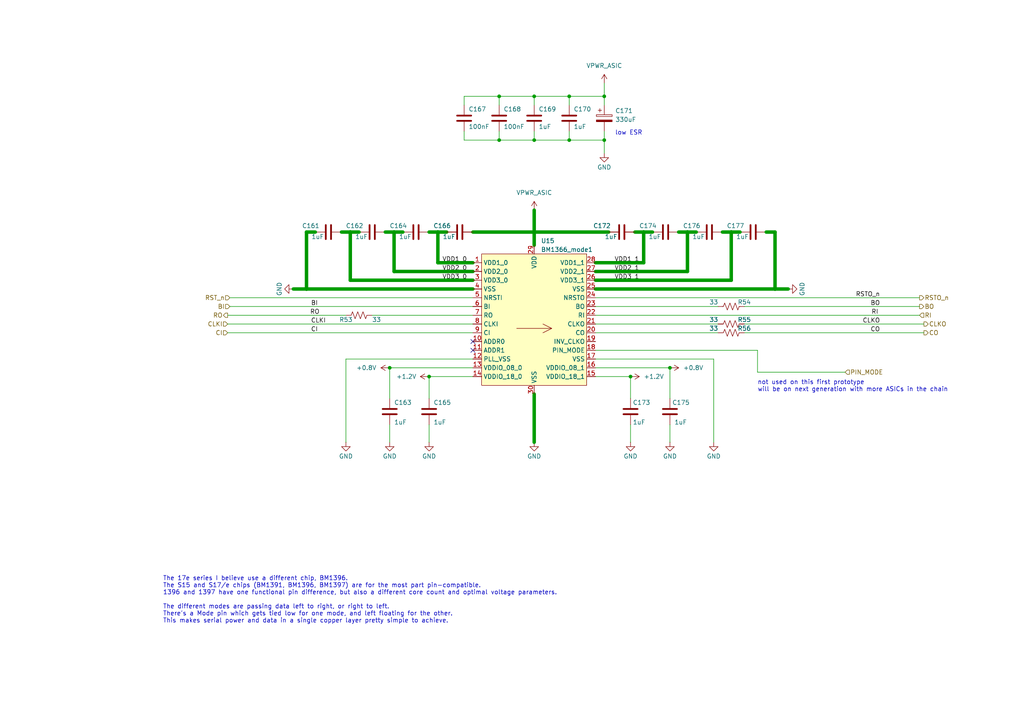
<source format=kicad_sch>
(kicad_sch (version 20231120) (generator "eeschema") (generator_version "8.0")
  (paper "A4")
  (lib_symbols
    (symbol "Device:C" (pin_numbers hide) (pin_names (offset 0.254))
      (property "Reference" "C" (at 0.635 2.54 0))
      (property "Value" "C" (at 0.635 -2.54 0))
      (symbol "C_0_1"
        (polyline (pts (xy -2.032 -0.762) (xy 2.032 -0.762)) (stroke (width 0.508)))
        (polyline (pts (xy -2.032 0.762) (xy 2.032 0.762)) (stroke (width 0.508)))
      )
      (symbol "C_1_1"
        (pin passive line (at 0 3.81 270) (length 2.794) (name "~") (number "1"))
        (pin passive line (at 0 -3.81 90) (length 2.794) (name "~") (number "2"))
      )
    )
    (symbol "Device:C_Polarized" (pin_numbers hide) (pin_names (offset 0.254))
      (property "Reference" "C" (at 0.635 2.54 0))
      (property "Value" "C_Polarized" (at 0.635 -2.54 0))
      (symbol "C_Polarized_0_1"
        (rectangle (start -2.286 0.508) (end 2.286 1.016))
        (polyline (pts (xy -1.778 2.286) (xy -0.762 2.286)))
        (polyline (pts (xy -1.27 2.794) (xy -1.27 1.778)))
        (rectangle (start 2.286 -0.508) (end -2.286 -1.016) (fill (type outline)))
      )
      (symbol "C_Polarized_1_1"
        (pin passive line (at 0 3.81 270) (length 2.794) (name "~") (number "1"))
        (pin passive line (at 0 -3.81 90) (length 2.794) (name "~") (number "2"))
      )
    )
    (symbol "Device:R_US" (pin_numbers hide) (pin_names (offset 0))
      (property "Reference" "R" (at 2.54 0 90))
      (property "Value" "R_US" (at -2.54 0 90))
      (symbol "R_US_0_1"
        (polyline (pts (xy 0 -2.286) (xy 0 -2.54)))
        (polyline (pts (xy 0 2.286) (xy 0 2.54)))
        (polyline (pts (xy 0 -0.762) (xy 1.016 -1.143) (xy 0 -1.524) (xy -1.016 -1.905) (xy 0 -2.286)))
        (polyline (pts (xy 0 0.762) (xy 1.016 0.381) (xy 0 0) (xy -1.016 -0.381) (xy 0 -0.762)))
        (polyline (pts (xy 0 2.286) (xy 1.016 1.905) (xy 0 1.524) (xy -1.016 1.143) (xy 0 0.762)))
      )
      (symbol "R_US_1_1"
        (pin passive line (at 0 3.81 270) (length 1.27) (name "~") (number "1"))
        (pin passive line (at 0 -3.81 90) (length 1.27) (name "~") (number "2"))
      )
    )
    (symbol "bitaxe:BM1366_mode1"
      (property "Reference" "U14" (at 1.9559 24.13 0))
      (property "Value" "BM1366_mode1" (at 1.9559 21.59 0))
      (symbol "BM1366_mode1_0_1"
        (rectangle (start -15.24 20.32) (end 15.24 -17.78) (fill (type background)))
        (polyline (pts (xy 5.08 -1.27) (xy -5.08 -1.27)))
        (polyline (pts (xy 5.08 -1.27) (xy 2.54 -2.54)))
        (polyline (pts (xy 5.08 -1.27) (xy 2.54 0)))
      )
      (symbol "BM1366_mode1_1_1"
        (pin power_in line (at -17.78 17.78 0) (length 2.54) (name "VDD1_0") (number "1"))
        (pin input line (at -17.78 -5.08 0) (length 2.54) (name "ADDR0") (number "10"))
        (pin input line (at -17.78 -7.62 0) (length 2.54) (name "ADDR1") (number "11"))
        (pin power_in line (at -17.78 -10.16 0) (length 2.54) (name "PLL_VSS") (number "12"))
        (pin power_in line (at -17.78 -12.7 0) (length 2.54) (name "VDDIO_08_0") (number "13"))
        (pin power_in line (at -17.78 -15.24 0) (length 2.54) (name "VDDIO_18_0") (number "14"))
        (pin power_in line (at 17.78 -15.24 180) (length 2.54) (name "VDDIO_18_1") (number "15"))
        (pin power_in line (at 17.78 -12.7 180) (length 2.54) (name "VDDIO_08_1") (number "16"))
        (pin power_in line (at 17.78 -10.16 180) (length 2.54) (name "VSS") (number "17"))
        (pin input line (at 17.78 -7.62 180) (length 2.54) (name "PIN_MODE") (number "18"))
        (pin output line (at 17.78 -5.08 180) (length 2.54) (name "INV_CLKO") (number "19"))
        (pin power_in line (at -17.78 15.24 0) (length 2.54) (name "VDD2_0") (number "2"))
        (pin output line (at 17.78 -2.54 180) (length 2.54) (name "CO") (number "20"))
        (pin output line (at 17.78 0 180) (length 2.54) (name "CLKO") (number "21"))
        (pin input line (at 17.78 2.54 180) (length 2.54) (name "RI") (number "22"))
        (pin output line (at 17.78 5.08 180) (length 2.54) (name "BO") (number "23"))
        (pin output line (at 17.78 7.62 180) (length 2.54) (name "NRSTO") (number "24"))
        (pin power_in line (at 17.78 10.16 180) (length 2.54) (name "VSS") (number "25"))
        (pin power_in line (at 17.78 12.7 180) (length 2.54) (name "VDD3_1") (number "26"))
        (pin power_in line (at 17.78 15.24 180) (length 2.54) (name "VDD2_1") (number "27"))
        (pin power_in line (at 17.78 17.78 180) (length 2.54) (name "VDD1_1") (number "28"))
        (pin power_in line (at 0 22.86 270) (length 2.54) (name "VDD") (number "29"))
        (pin power_in line (at -17.78 12.7 0) (length 2.54) (name "VDD3_0") (number "3"))
        (pin power_in line (at 0 -20.32 90) (length 2.54) (name "VSS") (number "30"))
        (pin power_in line (at -17.78 10.16 0) (length 2.54) (name "VSS") (number "4"))
        (pin input line (at -17.78 7.62 0) (length 2.54) (name "NRSTI") (number "5"))
        (pin input line (at -17.78 5.08 0) (length 2.54) (name "BI") (number "6"))
        (pin output line (at -17.78 2.54 0) (length 2.54) (name "RO") (number "7"))
        (pin input line (at -17.78 0 0) (length 2.54) (name "CLKI") (number "8"))
        (pin input line (at -17.78 -2.54 0) (length 2.54) (name "CI") (number "9"))
      )
    )
    (symbol "power:GND" (power) (pin_numbers hide) (pin_names (offset 0) hide)
      (property "Value" "GND" (at 0 -3.81 0))
      (symbol "GND_0_1"
        (polyline (pts (xy 0 0) (xy 0 -1.27) (xy 1.27 -1.27) (xy 0 -2.54) (xy -1.27 -1.27) (xy 0 -1.27)))
      )
      (symbol "GND_1_1"
        (pin power_in line (at 0 0 270) (length 0) (name "~") (number "1"))
      )
    )
    (symbol "power:VDD" (power) (pin_numbers hide) (pin_names (offset 0) hide)
      (property "Value" "VDD" (at 0 3.556 0))
      (symbol "VDD_0_1"
        (polyline (pts (xy -0.762 1.27) (xy 0 2.54)))
        (polyline (pts (xy 0 0) (xy 0 2.54)))
        (polyline (pts (xy 0 2.54) (xy 0.762 1.27)))
      )
      (symbol "VDD_1_1"
        (pin power_in line (at 0 0 90) (length 0) (name "~") (number "1"))
      )
    )
  )
  (junction (at 113.03 106.68))
  (junction (at 154.94 40.64) (diameter 0.9144))
  (junction (at 165.1 40.64))
  (junction (at 165.1 27.94))
  (junction (at 175.26 27.94))
  (junction (at 154.94 67.31))
  (junction (at 144.78 40.64) (diameter 0.9144))
  (junction (at 114.3 67.31))
  (junction (at 224.79 83.82))
  (junction (at 212.09 67.31))
  (junction (at 175.26 40.64))
  (junction (at 182.88 109.22))
  (junction (at 124.46 109.22))
  (junction (at 194.31 106.68))
  (junction (at 154.94 27.94) (diameter 0.9144))
  (junction (at 101.6 67.31))
  (junction (at 144.78 27.94) (diameter 0.9144))
  (junction (at 186.69 67.31))
  (junction (at 127 67.31))
  (junction (at 199.39 67.31))
  (junction (at 88.9 83.82))
  (no_connect (at 137.16 99.06))
  (no_connect (at 137.16 101.6))
  (wire (pts (xy 172.72 101.6) (xy 219.71 101.6)))
  (wire (pts (xy 172.72 78.74) (xy 199.39 78.74)) (stroke (width 1)))
  (wire (pts (xy 172.72 91.44) (xy 266.7 91.44)))
  (wire (pts (xy 172.72 81.28) (xy 212.09 81.28)) (stroke (width 1)))
  (wire (pts (xy 175.26 44.45) (xy 175.26 40.64)))
  (wire (pts (xy 224.79 83.82) (xy 224.79 67.31)) (stroke (width 1)))
  (wire (pts (xy 224.79 67.31) (xy 222.25 67.31)) (stroke (width 1)))
  (wire (pts (xy 172.72 106.68) (xy 194.31 106.68)))
  (wire (pts (xy 144.78 30.48) (xy 144.78 27.94)))
  (wire (pts (xy 194.31 106.68) (xy 194.31 115.57)))
  (wire (pts (xy 186.69 76.2) (xy 186.69 67.31)) (stroke (width 1)))
  (wire (pts (xy 184.15 67.31) (xy 186.69 67.31)) (stroke (width 1)))
  (wire (pts (xy 88.9 83.82) (xy 88.9 67.31)) (stroke (width 1)))
  (wire (pts (xy 224.79 83.82) (xy 228.6 83.82)) (stroke (width 1)))
  (wire (pts (xy 196.85 67.31) (xy 199.39 67.31)) (stroke (width 1)))
  (wire (pts (xy 165.1 30.48) (xy 165.1 27.94)))
  (wire (pts (xy 172.72 76.2) (xy 186.69 76.2)) (stroke (width 1)))
  (wire (pts (xy 172.72 96.52) (xy 208.28 96.52)))
  (wire (pts (xy 66.04 96.52) (xy 137.16 96.52)))
  (wire (pts (xy 172.72 83.82) (xy 224.79 83.82)) (stroke (width 1)))
  (wire (pts (xy 172.72 109.22) (xy 182.88 109.22)))
  (wire (pts (xy 215.9 88.9) (xy 266.7 88.9)))
  (wire (pts (xy 113.03 106.68) (xy 137.16 106.68)))
  (wire (pts (xy 182.88 123.19) (xy 182.88 128.27)))
  (wire (pts (xy 107.95 91.44) (xy 137.16 91.44)))
  (wire (pts (xy 199.39 78.74) (xy 199.39 67.31)) (stroke (width 1)))
  (wire (pts (xy 66.04 93.98) (xy 137.16 93.98)))
  (wire (pts (xy 114.3 67.31) (xy 116.84 67.31)))
  (wire (pts (xy 182.88 109.22) (xy 182.88 115.57)))
  (wire (pts (xy 175.26 38.1) (xy 175.26 40.64)))
  (wire (pts (xy 114.3 67.31) (xy 116.84 67.31)) (stroke (width 1)))
  (wire (pts (xy 154.94 27.94) (xy 165.1 27.94)))
  (wire (pts (xy 124.46 123.19) (xy 124.46 128.27)))
  (wire (pts (xy 111.76 67.31) (xy 114.3 67.31)) (stroke (width 1)))
  (wire (pts (xy 137.16 67.31) (xy 154.94 67.31)) (stroke (width 1)))
  (wire (pts (xy 144.78 40.64) (xy 154.94 40.64)))
  (wire (pts (xy 194.31 123.19) (xy 194.31 128.27)))
  (wire (pts (xy 127 76.2) (xy 137.16 76.2)) (stroke (width 1)))
  (wire (pts (xy 127 67.31) (xy 125.73 67.31)))
  (wire (pts (xy 172.72 104.14) (xy 207.01 104.14)))
  (wire (pts (xy 101.6 67.31) (xy 104.14 67.31)) (stroke (width 1)))
  (wire (pts (xy 199.39 67.31) (xy 201.93 67.31)) (stroke (width 1)))
  (wire (pts (xy 209.55 67.31) (xy 212.09 67.31)) (stroke (width 1)))
  (wire (pts (xy 186.69 67.31) (xy 189.23 67.31)) (stroke (width 1)))
  (wire (pts (xy 172.72 88.9) (xy 208.28 88.9)))
  (wire (pts (xy 165.1 40.64) (xy 175.26 40.64)))
  (wire (pts (xy 219.71 107.95) (xy 245.11 107.95)))
  (wire (pts (xy 215.9 93.98) (xy 267.97 93.98)))
  (wire (pts (xy 66.675 86.36) (xy 137.16 86.36)))
  (wire (pts (xy 144.78 38.1) (xy 144.78 40.64)))
  (wire (pts (xy 137.16 104.14) (xy 100.33 104.14)))
  (wire (pts (xy 114.3 78.74) (xy 137.16 78.74)) (stroke (width 1)))
  (wire (pts (xy 144.78 27.94) (xy 154.94 27.94)))
  (wire (pts (xy 66.675 88.9) (xy 137.16 88.9)))
  (wire (pts (xy 66.04 91.44) (xy 100.33 91.44)))
  (wire (pts (xy 154.94 67.31) (xy 154.94 71.12)) (stroke (width 1)))
  (wire (pts (xy 100.33 104.14) (xy 100.33 128.27)))
  (wire (pts (xy 134.62 38.1) (xy 134.62 40.64)))
  (wire (pts (xy 212.09 67.31) (xy 214.63 67.31)) (stroke (width 1)))
  (wire (pts (xy 154.94 30.48) (xy 154.94 27.94)))
  (wire (pts (xy 154.94 60.96) (xy 154.94 67.31)) (stroke (width 1)))
  (wire (pts (xy 113.03 106.68) (xy 113.03 115.57)))
  (wire (pts (xy 127 67.31) (xy 127 76.2)) (stroke (width 1)))
  (wire (pts (xy 101.6 81.28) (xy 137.16 81.28)) (stroke (width 1)))
  (wire (pts (xy 124.46 109.22) (xy 137.16 109.22)))
  (wire (pts (xy 134.62 30.48) (xy 134.62 27.94)))
  (wire (pts (xy 88.9 67.31) (xy 91.44 67.31)) (stroke (width 1)))
  (wire (pts (xy 113.03 123.19) (xy 113.03 128.27)))
  (wire (pts (xy 165.1 38.1) (xy 165.1 40.64)))
  (wire (pts (xy 88.9 83.82) (xy 137.16 83.82)) (stroke (width 1)))
  (wire (pts (xy 175.26 30.48) (xy 175.26 27.94)))
  (wire (pts (xy 124.46 67.31) (xy 127 67.31)) (stroke (width 1)))
  (wire (pts (xy 154.94 114.3) (xy 154.94 128.27)) (stroke (width 1)))
  (wire (pts (xy 212.09 81.28) (xy 212.09 67.31)) (stroke (width 1)))
  (wire (pts (xy 172.72 86.36) (xy 266.7 86.36)))
  (wire (pts (xy 101.6 81.28) (xy 101.6 67.31)) (stroke (width 1)))
  (wire (pts (xy 175.26 24.13) (xy 175.26 27.94)))
  (wire (pts (xy 114.3 78.74) (xy 114.3 67.31)) (stroke (width 1)))
  (wire (pts (xy 154.94 67.31) (xy 176.53 67.31)) (stroke (width 1)))
  (wire (pts (xy 154.94 38.1) (xy 154.94 40.64)))
  (wire (pts (xy 134.62 27.94) (xy 144.78 27.94)))
  (wire (pts (xy 207.01 104.14) (xy 207.01 128.27)))
  (wire (pts (xy 165.1 27.94) (xy 175.26 27.94)))
  (wire (pts (xy 99.06 67.31) (xy 101.6 67.31)) (stroke (width 1)))
  (wire (pts (xy 172.72 93.98) (xy 208.28 93.98)))
  (wire (pts (xy 165.1 40.64) (xy 154.94 40.64)))
  (wire (pts (xy 219.71 101.6) (xy 219.71 107.95)))
  (wire (pts (xy 215.9 96.52) (xy 267.97 96.52)))
  (wire (pts (xy 127 67.31) (xy 129.54 67.31)) (stroke (width 1)))
  (wire (pts (xy 144.78 40.64) (xy 134.62 40.64)))
  (wire (pts (xy 85.09 83.82) (xy 88.9 83.82)) (stroke (width 1)))
  (wire (pts (xy 124.46 109.22) (xy 124.46 115.57)))
  (wire (pts (xy 101.6 67.31) (xy 102.87 67.31)))
  (text "low ESR" (at 182.372 38.608 0) (effects (font (size 1.27 1.27))))
  (text "not used on this first prototype\nwill be on next generation with more ASICs in the chain" (at 219.71 112.014 0) (effects (font (size 1.27 1.27)) (justify left)))
  (text "The 17e series I believe use a different chip, BM1396. \nThe S15 and S17/e chips (BM1391, BM1396, BM1397) are for the most part pin-compatible. \n1396 and 1397 have one functional pin difference, but also a different core count and optimal voltage parameters.\n\nThe different modes are passing data left to right, or right to left. \nThere's a Mode pin which gets tied low for one mode, and left floating for the other. \nThis makes serial power and data in a single copper layer pretty simple to achieve." (at 47.244 173.99 0) (effects (font (size 1.27 1.27)) (justify left)))
  (label "BI" (at 90.17 88.9 0))
  (label "RSTO_n" (at 255.27 86.36 180))
  (label "BO" (at 255.27 88.9 180))
  (label "CLKO" (at 255.27 93.98 180))
  (label "CO" (at 255.27 96.52 180))
  (label "CLKI" (at 90.17 93.98 0))
  (label "CI" (at 90.17 96.52 0))
  (label "RI" (at 252.73 91.44 0))
  (label "VDD3_1" (at 185.42 81.28 180))
  (label "VDD1_0" (at 128.27 76.2 0))
  (label "VDD2_0" (at 128.27 78.74 0))
  (label "VDD2_1" (at 185.42 78.74 180))
  (label "VDD1_1" (at 185.42 76.2 180))
  (label "RO" (at 92.71 91.44 180))
  (label "VDD3_0" (at 128.27 81.28 0))
  (hierarchical_label "RST_n" (shape input) (at 66.675 86.36 180))
  (hierarchical_label "CLKO" (shape output) (at 267.97 93.98 0))
  (hierarchical_label "CLKI" (shape input) (at 66.04 93.98 180))
  (hierarchical_label "CI" (shape input) (at 66.04 96.52 180))
  (hierarchical_label "CO" (shape output) (at 267.97 96.52 0))
  (hierarchical_label "RSTO_n" (shape output) (at 266.7 86.36 0))
  (hierarchical_label "PIN_MODE" (shape input) (at 245.11 107.95 0))
  (hierarchical_label "BO" (shape output) (at 266.7 88.9 0))
  (hierarchical_label "RO" (shape output) (at 66.04 91.44 180))
  (hierarchical_label "RI" (shape input) (at 266.7 91.44 0))
  (hierarchical_label "BI" (shape input) (at 66.675 88.9 180))
  (symbol (lib_id "Device:R_US") (at 212.09 93.98 90) (unit 1)
    (property "Reference" "R55" (at 215.9 92.71 90))
    (property "Value" "33" (at 207.01 92.71 90))
    (property "Footprint" "Resistor_SMD:R_0402_1005Metric" (effects (hide yes)))
    (property "DK" "311-33.0LRCT-ND" (effects (hide yes)))
    (property "PARTNO" "RC0402FR-0733RL" (effects (hide yes)))
    (instances (project "EKO_Miner_BM1366-13xx_16-01B" (path "" (reference "R55") (unit 1)) (path "" (reference "R59") (unit 1)) (path "" (reference "R43") (unit 1)) (path "" (reference "R67") (unit 1)) (path "" (reference "R71") (unit 1)) (path "" (reference "R63") (unit 1)) (path "" (reference "R51") (unit 1)) (path "" (reference "R47") (unit 1)) (path "" (reference "R83") (unit 1)) (path "" (reference "R91") (unit 1)) (path "" (reference "R75") (unit 1)) (path "" (reference "R99") (unit 1)) (path "" (reference "R103") (unit 1)) (path "" (reference "R95") (unit 1)) (path "" (reference "R87") (unit 1)) (path "" (reference "R79") (unit 1))))
  )
  (symbol (lib_id "power:VDD") (at 194.31 106.68 270) (unit 1)
    (property "Reference" "#PWR0268" (effects (hide yes)))
    (property "Value" "+0.8V" (at 198.12 106.6801 90) (effects (justify left)))
    (property "Description" "Power symbol creates a global label with name \"VDD\"" (effects (hide yes)))
    (instances (project "EKO_Miner_BM1366-13xx_16-01B" (path "" (reference "#PWR0268") (unit 1)) (path "" (reference "#PWR0284") (unit 1)) (path "" (reference "#PWR0220") (unit 1)) (path "" (reference "#PWR0316") (unit 1)) (path "" (reference "#PWR0332") (unit 1)) (path "" (reference "#PWR0300") (unit 1)) (path "" (reference "#PWR0252") (unit 1)) (path "" (reference "#PWR0236") (unit 1)) (path "" (reference "#PWR0380") (unit 1)) (path "" (reference "#PWR0412") (unit 1)) (path "" (reference "#PWR0348") (unit 1)) (path "" (reference "#PWR0444") (unit 1)) (path "" (reference "#PWR0460") (unit 1)) (path "" (reference "#PWR0428") (unit 1)) (path "" (reference "#PWR0396") (unit 1)) (path "" (reference "#PWR0364") (unit 1))))
  )
  (symbol (lib_id "power:VDD") (at 182.88 109.22 270) (unit 1)
    (property "Reference" "#PWR0266" (effects (hide yes)))
    (property "Value" "+1.2V" (at 186.69 109.2201 90) (effects (justify left)))
    (property "Description" "Power symbol creates a global label with name \"VDD\"" (effects (hide yes)))
    (instances (project "EKO_Miner_BM1366-13xx_16-01B" (path "" (reference "#PWR0266") (unit 1)) (path "" (reference "#PWR0282") (unit 1)) (path "" (reference "#PWR0218") (unit 1)) (path "" (reference "#PWR0314") (unit 1)) (path "" (reference "#PWR0330") (unit 1)) (path "" (reference "#PWR0298") (unit 1)) (path "" (reference "#PWR0250") (unit 1)) (path "" (reference "#PWR0234") (unit 1)) (path "" (reference "#PWR0378") (unit 1)) (path "" (reference "#PWR0410") (unit 1)) (path "" (reference "#PWR0346") (unit 1)) (path "" (reference "#PWR0442") (unit 1)) (path "" (reference "#PWR0458") (unit 1)) (path "" (reference "#PWR0426") (unit 1)) (path "" (reference "#PWR0394") (unit 1)) (path "" (reference "#PWR0362") (unit 1))))
  )
  (symbol (lib_id "Device:C") (at 144.78 34.29 0) (unit 1)
    (property "Reference" "C168" (at 146.05 32.385 0) (effects (justify left bottom)))
    (property "Value" "100nF" (at 146.05 37.465 0) (effects (justify left bottom)))
    (property "Footprint" "Capacitor_SMD:C_0402_1005Metric" (effects (hide yes)))
    (property "DK" "1292-1639-1-ND" (effects (hide yes)))
    (property "PARTNO" "0402X104K100CT" (effects (hide yes)))
    (instances (project "EKO_Miner_BM1366-13xx_16-01B" (path "" (reference "C168") (unit 1)) (path "" (reference "C185") (unit 1)) (path "" (reference "C117") (unit 1)) (path "" (reference "C219") (unit 1)) (path "" (reference "C236") (unit 1)) (path "" (reference "C202") (unit 1)) (path "" (reference "C151") (unit 1)) (path "" (reference "C134") (unit 1)) (path "" (reference "C287") (unit 1)) (path "" (reference "C321") (unit 1)) (path "" (reference "C253") (unit 1)) (path "" (reference "C355") (unit 1)) (path "" (reference "C372") (unit 1)) (path "" (reference "C338") (unit 1)) (path "" (reference "C304") (unit 1)) (path "" (reference "C270") (unit 1))))
  )
  (symbol (lib_id "Device:C") (at 107.95 67.31 90) (unit 1)
    (property "Reference" "C162" (at 105.41 64.77 90) (effects (justify left bottom)))
    (property "Value" "1uF" (at 106.68 67.945 90) (effects (justify left bottom)))
    (property "Footprint" "Capacitor_SMD:C_0402_1005Metric" (effects (hide yes)))
    (property "DK" "587-5514-1-ND" (effects (hide yes)))
    (property "PARTNO" "EMK105BJ105MV-F" (effects (hide yes)))
    (instances (project "EKO_Miner_BM1366-13xx_16-01B" (path "" (reference "C162") (unit 1)) (path "" (reference "C179") (unit 1)) (path "" (reference "C111") (unit 1)) (path "" (reference "C213") (unit 1)) (path "" (reference "C230") (unit 1)) (path "" (reference "C196") (unit 1)) (path "" (reference "C145") (unit 1)) (path "" (reference "C128") (unit 1)) (path "" (reference "C281") (unit 1)) (path "" (reference "C315") (unit 1)) (path "" (reference "C247") (unit 1)) (path "" (reference "C349") (unit 1)) (path "" (reference "C366") (unit 1)) (path "" (reference "C332") (unit 1)) (path "" (reference "C298") (unit 1)) (path "" (reference "C264") (unit 1))))
  )
  (symbol (lib_id "Device:R_US") (at 212.09 96.52 90) (unit 1)
    (property "Reference" "R56" (at 215.9 95.25 90))
    (property "Value" "33" (at 207.01 95.25 90))
    (property "Footprint" "Resistor_SMD:R_0402_1005Metric" (effects (hide yes)))
    (property "DK" "311-33.0LRCT-ND" (effects (hide yes)))
    (property "PARTNO" "RC0402FR-0733RL" (effects (hide yes)))
    (instances (project "EKO_Miner_BM1366-13xx_16-01B" (path "" (reference "R56") (unit 1)) (path "" (reference "R60") (unit 1)) (path "" (reference "R44") (unit 1)) (path "" (reference "R68") (unit 1)) (path "" (reference "R72") (unit 1)) (path "" (reference "R64") (unit 1)) (path "" (reference "R52") (unit 1)) (path "" (reference "R48") (unit 1)) (path "" (reference "R84") (unit 1)) (path "" (reference "R92") (unit 1)) (path "" (reference "R76") (unit 1)) (path "" (reference "R100") (unit 1)) (path "" (reference "R104") (unit 1)) (path "" (reference "R96") (unit 1)) (path "" (reference "R88") (unit 1)) (path "" (reference "R80") (unit 1))))
  )
  (symbol (lib_id "Device:C") (at 113.03 119.38 0) (unit 1)
    (property "Reference" "C163" (at 114.3 117.475 0) (effects (justify left bottom)))
    (property "Value" "1uF" (at 114.3 123.19 0) (effects (justify left bottom)))
    (property "Footprint" "Capacitor_SMD:C_0402_1005Metric" (effects (hide yes)))
    (property "DK" "587-5514-1-ND" (effects (hide yes)))
    (property "PARTNO" "EMK105BJ105MV-F" (effects (hide yes)))
    (instances (project "EKO_Miner_BM1366-13xx_16-01B" (path "" (reference "C163") (unit 1)) (path "" (reference "C180") (unit 1)) (path "" (reference "C112") (unit 1)) (path "" (reference "C214") (unit 1)) (path "" (reference "C231") (unit 1)) (path "" (reference "C197") (unit 1)) (path "" (reference "C146") (unit 1)) (path "" (reference "C129") (unit 1)) (path "" (reference "C282") (unit 1)) (path "" (reference "C316") (unit 1)) (path "" (reference "C248") (unit 1)) (path "" (reference "C350") (unit 1)) (path "" (reference "C367") (unit 1)) (path "" (reference "C333") (unit 1)) (path "" (reference "C299") (unit 1)) (path "" (reference "C265") (unit 1))))
  )
  (symbol (lib_id "power:GND") (at 182.88 128.27 0) (unit 1)
    (property "Reference" "#PWR0267" (effects (hide yes)))
    (property "Value" "GND" (at 182.88 132.334 0))
    (property "Description" "Power symbol creates a global label with name \"GND\" , ground" (effects (hide yes)))
    (instances (project "EKO_Miner_BM1366-13xx_16-01B" (path "" (reference "#PWR0267") (unit 1)) (path "" (reference "#PWR0283") (unit 1)) (path "" (reference "#PWR0219") (unit 1)) (path "" (reference "#PWR0315") (unit 1)) (path "" (reference "#PWR0331") (unit 1)) (path "" (reference "#PWR0299") (unit 1)) (path "" (reference "#PWR0251") (unit 1)) (path "" (reference "#PWR0235") (unit 1)) (path "" (reference "#PWR0379") (unit 1)) (path "" (reference "#PWR0411") (unit 1)) (path "" (reference "#PWR0347") (unit 1)) (path "" (reference "#PWR0443") (unit 1)) (path "" (reference "#PWR0459") (unit 1)) (path "" (reference "#PWR0427") (unit 1)) (path "" (reference "#PWR0395") (unit 1)) (path "" (reference "#PWR0363") (unit 1))))
  )
  (symbol (lib_id "Device:C") (at 205.74 67.31 90) (unit 1)
    (property "Reference" "C176" (at 203.2 64.77 90) (effects (justify left bottom)))
    (property "Value" "1uF" (at 204.47 67.945 90) (effects (justify left bottom)))
    (property "Footprint" "Capacitor_SMD:C_0402_1005Metric" (effects (hide yes)))
    (property "DK" "587-5514-1-ND" (effects (hide yes)))
    (property "PARTNO" "EMK105BJ105MV-F" (effects (hide yes)))
    (instances (project "EKO_Miner_BM1366-13xx_16-01B" (path "" (reference "C176") (unit 1)) (path "" (reference "C193") (unit 1)) (path "" (reference "C125") (unit 1)) (path "" (reference "C227") (unit 1)) (path "" (reference "C244") (unit 1)) (path "" (reference "C210") (unit 1)) (path "" (reference "C159") (unit 1)) (path "" (reference "C142") (unit 1)) (path "" (reference "C295") (unit 1)) (path "" (reference "C329") (unit 1)) (path "" (reference "C261") (unit 1)) (path "" (reference "C363") (unit 1)) (path "" (reference "C380") (unit 1)) (path "" (reference "C346") (unit 1)) (path "" (reference "C312") (unit 1)) (path "" (reference "C278") (unit 1))))
  )
  (symbol (lib_id "Device:C") (at 120.65 67.31 90) (unit 1)
    (property "Reference" "C164" (at 118.11 64.77 90) (effects (justify left bottom)))
    (property "Value" "1uF" (at 119.38 67.945 90) (effects (justify left bottom)))
    (property "Footprint" "Capacitor_SMD:C_0402_1005Metric" (effects (hide yes)))
    (property "DK" "587-5514-1-ND" (effects (hide yes)))
    (property "PARTNO" "EMK105BJ105MV-F" (effects (hide yes)))
    (instances (project "EKO_Miner_BM1366-13xx_16-01B" (path "" (reference "C164") (unit 1)) (path "" (reference "C181") (unit 1)) (path "" (reference "C113") (unit 1)) (path "" (reference "C215") (unit 1)) (path "" (reference "C232") (unit 1)) (path "" (reference "C198") (unit 1)) (path "" (reference "C147") (unit 1)) (path "" (reference "C130") (unit 1)) (path "" (reference "C283") (unit 1)) (path "" (reference "C317") (unit 1)) (path "" (reference "C249") (unit 1)) (path "" (reference "C351") (unit 1)) (path "" (reference "C368") (unit 1)) (path "" (reference "C334") (unit 1)) (path "" (reference "C300") (unit 1)) (path "" (reference "C266") (unit 1))))
  )
  (symbol (lib_id "Device:C") (at 218.44 67.31 90) (unit 1)
    (property "Reference" "C177" (at 215.9 64.77 90) (effects (justify left bottom)))
    (property "Value" "1uF" (at 217.17 67.945 90) (effects (justify left bottom)))
    (property "Footprint" "Capacitor_SMD:C_0402_1005Metric" (effects (hide yes)))
    (property "DK" "587-5514-1-ND" (effects (hide yes)))
    (property "PARTNO" "EMK105BJ105MV-F" (effects (hide yes)))
    (instances (project "EKO_Miner_BM1366-13xx_16-01B" (path "" (reference "C177") (unit 1)) (path "" (reference "C194") (unit 1)) (path "" (reference "C126") (unit 1)) (path "" (reference "C228") (unit 1)) (path "" (reference "C245") (unit 1)) (path "" (reference "C211") (unit 1)) (path "" (reference "C160") (unit 1)) (path "" (reference "C143") (unit 1)) (path "" (reference "C296") (unit 1)) (path "" (reference "C330") (unit 1)) (path "" (reference "C262") (unit 1)) (path "" (reference "C364") (unit 1)) (path "" (reference "C381") (unit 1)) (path "" (reference "C347") (unit 1)) (path "" (reference "C313") (unit 1)) (path "" (reference "C279") (unit 1))))
  )
  (symbol (lib_id "power:VDD") (at 175.26 24.13 0) (unit 1)
    (property "Reference" "#PWR0264" (effects (hide yes)))
    (property "Value" "VPWR_ASIC" (at 175.26 19.05 0))
    (property "Description" "Power symbol creates a global label with name \"VDD\"" (effects (hide yes)))
    (instances (project "EKO_Miner_BM1366-13xx_16-01B" (path "" (reference "#PWR0264") (unit 1)) (path "" (reference "#PWR0280") (unit 1)) (path "" (reference "#PWR0216") (unit 1)) (path "" (reference "#PWR0312") (unit 1)) (path "" (reference "#PWR0328") (unit 1)) (path "" (reference "#PWR0296") (unit 1)) (path "" (reference "#PWR0248") (unit 1)) (path "" (reference "#PWR0232") (unit 1)) (path "" (reference "#PWR0376") (unit 1)) (path "" (reference "#PWR0408") (unit 1)) (path "" (reference "#PWR0344") (unit 1)) (path "" (reference "#PWR0440") (unit 1)) (path "" (reference "#PWR0456") (unit 1)) (path "" (reference "#PWR0424") (unit 1)) (path "" (reference "#PWR0392") (unit 1)) (path "" (reference "#PWR0360") (unit 1))))
  )
  (symbol (lib_id "power:GND") (at 100.33 128.27 0) (unit 1)
    (property "Reference" "#PWR0257" (effects (hide yes)))
    (property "Value" "GND" (at 100.33 132.334 0))
    (property "Description" "Power symbol creates a global label with name \"GND\" , ground" (effects (hide yes)))
    (instances (project "EKO_Miner_BM1366-13xx_16-01B" (path "" (reference "#PWR0257") (unit 1)) (path "" (reference "#PWR0273") (unit 1)) (path "" (reference "#PWR0209") (unit 1)) (path "" (reference "#PWR0305") (unit 1)) (path "" (reference "#PWR0321") (unit 1)) (path "" (reference "#PWR0289") (unit 1)) (path "" (reference "#PWR0241") (unit 1)) (path "" (reference "#PWR0225") (unit 1)) (path "" (reference "#PWR0369") (unit 1)) (path "" (reference "#PWR0401") (unit 1)) (path "" (reference "#PWR0337") (unit 1)) (path "" (reference "#PWR0433") (unit 1)) (path "" (reference "#PWR0449") (unit 1)) (path "" (reference "#PWR0417") (unit 1)) (path "" (reference "#PWR0385") (unit 1)) (path "" (reference "#PWR0353") (unit 1))))
  )
  (symbol (lib_id "power:GND") (at 154.94 128.27 0) (unit 1)
    (property "Reference" "#PWR0263" (effects (hide yes)))
    (property "Value" "GND" (at 154.94 132.334 0))
    (property "Description" "Power symbol creates a global label with name \"GND\" , ground" (effects (hide yes)))
    (instances (project "EKO_Miner_BM1366-13xx_16-01B" (path "" (reference "#PWR0263") (unit 1)) (path "" (reference "#PWR0279") (unit 1)) (path "" (reference "#PWR0215") (unit 1)) (path "" (reference "#PWR0311") (unit 1)) (path "" (reference "#PWR0327") (unit 1)) (path "" (reference "#PWR0295") (unit 1)) (path "" (reference "#PWR0247") (unit 1)) (path "" (reference "#PWR0231") (unit 1)) (path "" (reference "#PWR0375") (unit 1)) (path "" (reference "#PWR0407") (unit 1)) (path "" (reference "#PWR0343") (unit 1)) (path "" (reference "#PWR0439") (unit 1)) (path "" (reference "#PWR0455") (unit 1)) (path "" (reference "#PWR0423") (unit 1)) (path "" (reference "#PWR0391") (unit 1)) (path "" (reference "#PWR0359") (unit 1))))
  )
  (symbol (lib_id "power:GND") (at 228.6 83.82 90) (unit 1)
    (property "Reference" "#PWR0271" (effects (hide yes)))
    (property "Value" "GND" (at 232.664 83.82 0))
    (property "Description" "Power symbol creates a global label with name \"GND\" , ground" (effects (hide yes)))
    (instances (project "EKO_Miner_BM1366-13xx_16-01B" (path "" (reference "#PWR0271") (unit 1)) (path "" (reference "#PWR0287") (unit 1)) (path "" (reference "#PWR0223") (unit 1)) (path "" (reference "#PWR0319") (unit 1)) (path "" (reference "#PWR0335") (unit 1)) (path "" (reference "#PWR0303") (unit 1)) (path "" (reference "#PWR0255") (unit 1)) (path "" (reference "#PWR0239") (unit 1)) (path "" (reference "#PWR0383") (unit 1)) (path "" (reference "#PWR0415") (unit 1)) (path "" (reference "#PWR0351") (unit 1)) (path "" (reference "#PWR0447") (unit 1)) (path "" (reference "#PWR0463") (unit 1)) (path "" (reference "#PWR0431") (unit 1)) (path "" (reference "#PWR0399") (unit 1)) (path "" (reference "#PWR0367") (unit 1))))
  )
  (symbol (lib_id "Device:C") (at 134.62 34.29 0) (unit 1)
    (property "Reference" "C167" (at 135.89 32.385 0) (effects (justify left bottom)))
    (property "Value" "100nF" (at 135.89 37.465 0) (effects (justify left bottom)))
    (property "Footprint" "Capacitor_SMD:C_0402_1005Metric" (effects (hide yes)))
    (property "DK" "1292-1639-1-ND" (effects (hide yes)))
    (property "PARTNO" "0402X104K100CT" (effects (hide yes)))
    (instances (project "EKO_Miner_BM1366-13xx_16-01B" (path "" (reference "C167") (unit 1)) (path "" (reference "C184") (unit 1)) (path "" (reference "C116") (unit 1)) (path "" (reference "C218") (unit 1)) (path "" (reference "C235") (unit 1)) (path "" (reference "C201") (unit 1)) (path "" (reference "C150") (unit 1)) (path "" (reference "C133") (unit 1)) (path "" (reference "C286") (unit 1)) (path "" (reference "C320") (unit 1)) (path "" (reference "C252") (unit 1)) (path "" (reference "C354") (unit 1)) (path "" (reference "C371") (unit 1)) (path "" (reference "C337") (unit 1)) (path "" (reference "C303") (unit 1)) (path "" (reference "C269") (unit 1))))
  )
  (symbol (lib_id "power:GND") (at 85.09 83.82 270) (unit 1)
    (property "Reference" "#PWR0256" (effects (hide yes)))
    (property "Value" "GND" (at 81.026 83.82 0))
    (property "Description" "Power symbol creates a global label with name \"GND\" , ground" (effects (hide yes)))
    (instances (project "EKO_Miner_BM1366-13xx_16-01B" (path "" (reference "#PWR0256") (unit 1)) (path "" (reference "#PWR0272") (unit 1)) (path "" (reference "#PWR0208") (unit 1)) (path "" (reference "#PWR0304") (unit 1)) (path "" (reference "#PWR0320") (unit 1)) (path "" (reference "#PWR0288") (unit 1)) (path "" (reference "#PWR0240") (unit 1)) (path "" (reference "#PWR0224") (unit 1)) (path "" (reference "#PWR0368") (unit 1)) (path "" (reference "#PWR0400") (unit 1)) (path "" (reference "#PWR0336") (unit 1)) (path "" (reference "#PWR0432") (unit 1)) (path "" (reference "#PWR0448") (unit 1)) (path "" (reference "#PWR0416") (unit 1)) (path "" (reference "#PWR0384") (unit 1)) (path "" (reference "#PWR0352") (unit 1))))
  )
  (symbol (lib_id "Device:R_US") (at 104.14 91.44 270) (unit 1)
    (property "Reference" "R53" (at 100.33 92.71 90))
    (property "Value" "33" (at 109.22 92.71 90))
    (property "Footprint" "Resistor_SMD:R_0402_1005Metric" (effects (hide yes)))
    (property "DK" "311-33.0LRCT-ND" (effects (hide yes)))
    (property "PARTNO" "RC0402FR-0733RL" (effects (hide yes)))
    (instances (project "EKO_Miner_BM1366-13xx_16-01B" (path "" (reference "R53") (unit 1)) (path "" (reference "R57") (unit 1)) (path "" (reference "R41") (unit 1)) (path "" (reference "R65") (unit 1)) (path "" (reference "R69") (unit 1)) (path "" (reference "R61") (unit 1)) (path "" (reference "R49") (unit 1)) (path "" (reference "R45") (unit 1)) (path "" (reference "R81") (unit 1)) (path "" (reference "R89") (unit 1)) (path "" (reference "R73") (unit 1)) (path "" (reference "R97") (unit 1)) (path "" (reference "R101") (unit 1)) (path "" (reference "R93") (unit 1)) (path "" (reference "R85") (unit 1)) (path "" (reference "R77") (unit 1))))
  )
  (symbol (lib_id "power:VDD") (at 113.03 106.68 90) (unit 1)
    (property "Reference" "#PWR0258" (effects (hide yes)))
    (property "Value" "+0.8V" (at 109.22 106.6799 90) (effects (justify left)))
    (property "Description" "Power symbol creates a global label with name \"VDD\"" (effects (hide yes)))
    (instances (project "EKO_Miner_BM1366-13xx_16-01B" (path "" (reference "#PWR0258") (unit 1)) (path "" (reference "#PWR0274") (unit 1)) (path "" (reference "#PWR0210") (unit 1)) (path "" (reference "#PWR0306") (unit 1)) (path "" (reference "#PWR0322") (unit 1)) (path "" (reference "#PWR0290") (unit 1)) (path "" (reference "#PWR0242") (unit 1)) (path "" (reference "#PWR0226") (unit 1)) (path "" (reference "#PWR0370") (unit 1)) (path "" (reference "#PWR0402") (unit 1)) (path "" (reference "#PWR0338") (unit 1)) (path "" (reference "#PWR0434") (unit 1)) (path "" (reference "#PWR0450") (unit 1)) (path "" (reference "#PWR0418") (unit 1)) (path "" (reference "#PWR0386") (unit 1)) (path "" (reference "#PWR0354") (unit 1))))
  )
  (symbol (lib_id "bitaxe:BM1366_mode1") (at 154.94 93.98 0) (unit 1)
    (property "Reference" "U15" (at 156.8959 69.85 0) (effects (justify left)))
    (property "Value" "BM1366_mode1" (at 156.8959 72.39 0) (effects (justify left)))
    (property "Footprint" "EKO_Miner_ASIClib:BM1366" (effects (hide yes)))
    (instances (project "EKO_Miner_BM1366-13xx_16-01B" (path "" (reference "U15") (unit 1)) (path "" (reference "U16") (unit 1)) (path "" (reference "U12") (unit 1)) (path "" (reference "U18") (unit 1)) (path "" (reference "U19") (unit 1)) (path "" (reference "U17") (unit 1)) (path "" (reference "U14") (unit 1)) (path "" (reference "U13") (unit 1)) (path "" (reference "U22") (unit 1)) (path "" (reference "U24") (unit 1)) (path "" (reference "U20") (unit 1)) (path "" (reference "U26") (unit 1)) (path "" (reference "U27") (unit 1)) (path "" (reference "U25") (unit 1)) (path "" (reference "U23") (unit 1)) (path "" (reference "U21") (unit 1))))
  )
  (symbol (lib_id "Device:R_US") (at 212.09 88.9 90) (unit 1)
    (property "Reference" "R54" (at 215.9 87.63 90))
    (property "Value" "33" (at 207.01 87.63 90))
    (property "Footprint" "Resistor_SMD:R_0402_1005Metric" (effects (hide yes)))
    (property "DK" "311-33.0LRCT-ND" (effects (hide yes)))
    (property "PARTNO" "RC0402FR-0733RL" (effects (hide yes)))
    (instances (project "EKO_Miner_BM1366-13xx_16-01B" (path "" (reference "R54") (unit 1)) (path "" (reference "R58") (unit 1)) (path "" (reference "R42") (unit 1)) (path "" (reference "R66") (unit 1)) (path "" (reference "R70") (unit 1)) (path "" (reference "R62") (unit 1)) (path "" (reference "R50") (unit 1)) (path "" (reference "R46") (unit 1)) (path "" (reference "R82") (unit 1)) (path "" (reference "R90") (unit 1)) (path "" (reference "R74") (unit 1)) (path "" (reference "R98") (unit 1)) (path "" (reference "R102") (unit 1)) (path "" (reference "R94") (unit 1)) (path "" (reference "R86") (unit 1)) (path "" (reference "R78") (unit 1))))
  )
  (symbol (lib_id "power:GND") (at 124.46 128.27 0) (unit 1)
    (property "Reference" "#PWR0261" (effects (hide yes)))
    (property "Value" "GND" (at 124.46 132.334 0))
    (property "Description" "Power symbol creates a global label with name \"GND\" , ground" (effects (hide yes)))
    (instances (project "EKO_Miner_BM1366-13xx_16-01B" (path "" (reference "#PWR0261") (unit 1)) (path "" (reference "#PWR0277") (unit 1)) (path "" (reference "#PWR0213") (unit 1)) (path "" (reference "#PWR0309") (unit 1)) (path "" (reference "#PWR0325") (unit 1)) (path "" (reference "#PWR0293") (unit 1)) (path "" (reference "#PWR0245") (unit 1)) (path "" (reference "#PWR0229") (unit 1)) (path "" (reference "#PWR0373") (unit 1)) (path "" (reference "#PWR0405") (unit 1)) (path "" (reference "#PWR0341") (unit 1)) (path "" (reference "#PWR0437") (unit 1)) (path "" (reference "#PWR0453") (unit 1)) (path "" (reference "#PWR0421") (unit 1)) (path "" (reference "#PWR0389") (unit 1)) (path "" (reference "#PWR0357") (unit 1))))
  )
  (symbol (lib_id "Device:C") (at 133.35 67.31 90) (unit 1)
    (property "Reference" "C166" (at 130.81 64.77 90) (effects (justify left bottom)))
    (property "Value" "1uF" (at 132.08 67.945 90) (effects (justify left bottom)))
    (property "Footprint" "Capacitor_SMD:C_0402_1005Metric" (effects (hide yes)))
    (property "DK" "587-5514-1-ND" (effects (hide yes)))
    (property "PARTNO" "EMK105BJ105MV-F" (effects (hide yes)))
    (instances (project "EKO_Miner_BM1366-13xx_16-01B" (path "" (reference "C166") (unit 1)) (path "" (reference "C183") (unit 1)) (path "" (reference "C115") (unit 1)) (path "" (reference "C217") (unit 1)) (path "" (reference "C234") (unit 1)) (path "" (reference "C200") (unit 1)) (path "" (reference "C149") (unit 1)) (path "" (reference "C132") (unit 1)) (path "" (reference "C285") (unit 1)) (path "" (reference "C319") (unit 1)) (path "" (reference "C251") (unit 1)) (path "" (reference "C353") (unit 1)) (path "" (reference "C370") (unit 1)) (path "" (reference "C336") (unit 1)) (path "" (reference "C302") (unit 1)) (path "" (reference "C268") (unit 1))))
  )
  (symbol (lib_id "power:GND") (at 194.31 128.27 0) (unit 1)
    (property "Reference" "#PWR0269" (effects (hide yes)))
    (property "Value" "GND" (at 194.31 132.334 0))
    (property "Description" "Power symbol creates a global label with name \"GND\" , ground" (effects (hide yes)))
    (instances (project "EKO_Miner_BM1366-13xx_16-01B" (path "" (reference "#PWR0269") (unit 1)) (path "" (reference "#PWR0285") (unit 1)) (path "" (reference "#PWR0221") (unit 1)) (path "" (reference "#PWR0317") (unit 1)) (path "" (reference "#PWR0333") (unit 1)) (path "" (reference "#PWR0301") (unit 1)) (path "" (reference "#PWR0253") (unit 1)) (path "" (reference "#PWR0237") (unit 1)) (path "" (reference "#PWR0381") (unit 1)) (path "" (reference "#PWR0413") (unit 1)) (path "" (reference "#PWR0349") (unit 1)) (path "" (reference "#PWR0445") (unit 1)) (path "" (reference "#PWR0461") (unit 1)) (path "" (reference "#PWR0429") (unit 1)) (path "" (reference "#PWR0397") (unit 1)) (path "" (reference "#PWR0365") (unit 1))))
  )
  (symbol (lib_id "Device:C") (at 182.88 119.38 0) (unit 1)
    (property "Reference" "C173" (at 183.515 117.475 0) (effects (justify left bottom)))
    (property "Value" "1uF" (at 183.515 123.19 0) (effects (justify left bottom)))
    (property "Footprint" "Capacitor_SMD:C_0402_1005Metric" (effects (hide yes)))
    (property "DK" "587-5514-1-ND" (effects (hide yes)))
    (property "PARTNO" "EMK105BJ105MV-F" (effects (hide yes)))
    (instances (project "EKO_Miner_BM1366-13xx_16-01B" (path "" (reference "C173") (unit 1)) (path "" (reference "C190") (unit 1)) (path "" (reference "C122") (unit 1)) (path "" (reference "C224") (unit 1)) (path "" (reference "C241") (unit 1)) (path "" (reference "C207") (unit 1)) (path "" (reference "C156") (unit 1)) (path "" (reference "C139") (unit 1)) (path "" (reference "C292") (unit 1)) (path "" (reference "C326") (unit 1)) (path "" (reference "C258") (unit 1)) (path "" (reference "C360") (unit 1)) (path "" (reference "C377") (unit 1)) (path "" (reference "C343") (unit 1)) (path "" (reference "C309") (unit 1)) (path "" (reference "C275") (unit 1))))
  )
  (symbol (lib_id "power:GND") (at 113.03 128.27 0) (unit 1)
    (property "Reference" "#PWR0259" (effects (hide yes)))
    (property "Value" "GND" (at 113.03 132.334 0))
    (property "Description" "Power symbol creates a global label with name \"GND\" , ground" (effects (hide yes)))
    (instances (project "EKO_Miner_BM1366-13xx_16-01B" (path "" (reference "#PWR0259") (unit 1)) (path "" (reference "#PWR0275") (unit 1)) (path "" (reference "#PWR0211") (unit 1)) (path "" (reference "#PWR0307") (unit 1)) (path "" (reference "#PWR0323") (unit 1)) (path "" (reference "#PWR0291") (unit 1)) (path "" (reference "#PWR0243") (unit 1)) (path "" (reference "#PWR0227") (unit 1)) (path "" (reference "#PWR0371") (unit 1)) (path "" (reference "#PWR0403") (unit 1)) (path "" (reference "#PWR0339") (unit 1)) (path "" (reference "#PWR0435") (unit 1)) (path "" (reference "#PWR0451") (unit 1)) (path "" (reference "#PWR0419") (unit 1)) (path "" (reference "#PWR0387") (unit 1)) (path "" (reference "#PWR0355") (unit 1))))
  )
  (symbol (lib_id "Device:C_Polarized") (at 175.26 34.29 0) (unit 1)
    (property "Reference" "C171" (at 178.435 32.1309 0) (effects (justify left)))
    (property "Value" "330uF" (at 178.435 34.6709 0) (effects (justify left)))
    (property "Footprint" "Capacitor_Tantalum_SMD:CP_EIA-7343-31_Kemet-D_Pad2.25x2.55mm_HandSolder" (effects (hide yes)))
    (property "DK" "718-1028-1-ND" (effects (hide yes)))
    (property "PARTNO" "293D337X9010E2TE3" (effects (hide yes)))
    (instances (project "EKO_Miner_BM1366-13xx_16-01B" (path "" (reference "C171") (unit 1)) (path "" (reference "C188") (unit 1)) (path "" (reference "C120") (unit 1)) (path "" (reference "C222") (unit 1)) (path "" (reference "C239") (unit 1)) (path "" (reference "C205") (unit 1)) (path "" (reference "C154") (unit 1)) (path "" (reference "C137") (unit 1)) (path "" (reference "C290") (unit 1)) (path "" (reference "C324") (unit 1)) (path "" (reference "C256") (unit 1)) (path "" (reference "C358") (unit 1)) (path "" (reference "C375") (unit 1)) (path "" (reference "C341") (unit 1)) (path "" (reference "C307") (unit 1)) (path "" (reference "C273") (unit 1))))
  )
  (symbol (lib_id "Device:C") (at 95.25 67.31 90) (unit 1)
    (property "Reference" "C161" (at 92.71 64.77 90) (effects (justify left bottom)))
    (property "Value" "1uF" (at 93.98 67.945 90) (effects (justify left bottom)))
    (property "Footprint" "Capacitor_SMD:C_0402_1005Metric" (effects (hide yes)))
    (property "DK" "587-5514-1-ND" (effects (hide yes)))
    (property "PARTNO" "EMK105BJ105MV-F" (effects (hide yes)))
    (instances (project "EKO_Miner_BM1366-13xx_16-01B" (path "" (reference "C161") (unit 1)) (path "" (reference "C178") (unit 1)) (path "" (reference "C110") (unit 1)) (path "" (reference "C212") (unit 1)) (path "" (reference "C229") (unit 1)) (path "" (reference "C195") (unit 1)) (path "" (reference "C144") (unit 1)) (path "" (reference "C127") (unit 1)) (path "" (reference "C280") (unit 1)) (path "" (reference "C314") (unit 1)) (path "" (reference "C246") (unit 1)) (path "" (reference "C348") (unit 1)) (path "" (reference "C365") (unit 1)) (path "" (reference "C331") (unit 1)) (path "" (reference "C297") (unit 1)) (path "" (reference "C263") (unit 1))))
  )
  (symbol (lib_id "Device:C") (at 180.34 67.31 90) (unit 1)
    (property "Reference" "C172" (at 177.165 64.77 90) (effects (justify left bottom)))
    (property "Value" "1uF" (at 179.07 67.945 90) (effects (justify left bottom)))
    (property "Footprint" "Capacitor_SMD:C_0402_1005Metric" (effects (hide yes)))
    (property "DK" "587-5514-1-ND" (effects (hide yes)))
    (property "PARTNO" "EMK105BJ105MV-F" (effects (hide yes)))
    (instances (project "EKO_Miner_BM1366-13xx_16-01B" (path "" (reference "C172") (unit 1)) (path "" (reference "C189") (unit 1)) (path "" (reference "C121") (unit 1)) (path "" (reference "C223") (unit 1)) (path "" (reference "C240") (unit 1)) (path "" (reference "C206") (unit 1)) (path "" (reference "C155") (unit 1)) (path "" (reference "C138") (unit 1)) (path "" (reference "C291") (unit 1)) (path "" (reference "C325") (unit 1)) (path "" (reference "C257") (unit 1)) (path "" (reference "C359") (unit 1)) (path "" (reference "C376") (unit 1)) (path "" (reference "C342") (unit 1)) (path "" (reference "C308") (unit 1)) (path "" (reference "C274") (unit 1))))
  )
  (symbol (lib_id "power:GND") (at 207.01 128.27 0) (unit 1)
    (property "Reference" "#PWR0270" (effects (hide yes)))
    (property "Value" "GND" (at 207.01 132.334 0))
    (property "Description" "Power symbol creates a global label with name \"GND\" , ground" (effects (hide yes)))
    (instances (project "EKO_Miner_BM1366-13xx_16-01B" (path "" (reference "#PWR0270") (unit 1)) (path "" (reference "#PWR0286") (unit 1)) (path "" (reference "#PWR0222") (unit 1)) (path "" (reference "#PWR0318") (unit 1)) (path "" (reference "#PWR0334") (unit 1)) (path "" (reference "#PWR0302") (unit 1)) (path "" (reference "#PWR0254") (unit 1)) (path "" (reference "#PWR0238") (unit 1)) (path "" (reference "#PWR0382") (unit 1)) (path "" (reference "#PWR0414") (unit 1)) (path "" (reference "#PWR0350") (unit 1)) (path "" (reference "#PWR0446") (unit 1)) (path "" (reference "#PWR0462") (unit 1)) (path "" (reference "#PWR0430") (unit 1)) (path "" (reference "#PWR0398") (unit 1)) (path "" (reference "#PWR0366") (unit 1))))
  )
  (symbol (lib_id "Device:C") (at 194.31 119.38 0) (unit 1)
    (property "Reference" "C175" (at 194.945 117.475 0) (effects (justify left bottom)))
    (property "Value" "1uF" (at 195.58 123.19 0) (effects (justify left bottom)))
    (property "Footprint" "Capacitor_SMD:C_0402_1005Metric" (effects (hide yes)))
    (property "DK" "587-5514-1-ND" (effects (hide yes)))
    (property "PARTNO" "EMK105BJ105MV-F" (effects (hide yes)))
    (instances (project "EKO_Miner_BM1366-13xx_16-01B" (path "" (reference "C175") (unit 1)) (path "" (reference "C192") (unit 1)) (path "" (reference "C124") (unit 1)) (path "" (reference "C226") (unit 1)) (path "" (reference "C243") (unit 1)) (path "" (reference "C209") (unit 1)) (path "" (reference "C158") (unit 1)) (path "" (reference "C141") (unit 1)) (path "" (reference "C294") (unit 1)) (path "" (reference "C328") (unit 1)) (path "" (reference "C260") (unit 1)) (path "" (reference "C362") (unit 1)) (path "" (reference "C379") (unit 1)) (path "" (reference "C345") (unit 1)) (path "" (reference "C311") (unit 1)) (path "" (reference "C277") (unit 1))))
  )
  (symbol (lib_id "power:VDD") (at 154.94 60.96 0) (unit 1)
    (property "Reference" "#PWR0262" (effects (hide yes)))
    (property "Value" "VPWR_ASIC" (at 154.94 55.88 0))
    (property "Description" "Power symbol creates a global label with name \"VDD\"" (effects (hide yes)))
    (instances (project "EKO_Miner_BM1366-13xx_16-01B" (path "" (reference "#PWR0262") (unit 1)) (path "" (reference "#PWR0278") (unit 1)) (path "" (reference "#PWR0214") (unit 1)) (path "" (reference "#PWR0310") (unit 1)) (path "" (reference "#PWR0326") (unit 1)) (path "" (reference "#PWR0294") (unit 1)) (path "" (reference "#PWR0246") (unit 1)) (path "" (reference "#PWR0230") (unit 1)) (path "" (reference "#PWR0374") (unit 1)) (path "" (reference "#PWR0406") (unit 1)) (path "" (reference "#PWR0342") (unit 1)) (path "" (reference "#PWR0438") (unit 1)) (path "" (reference "#PWR0454") (unit 1)) (path "" (reference "#PWR0422") (unit 1)) (path "" (reference "#PWR0390") (unit 1)) (path "" (reference "#PWR0358") (unit 1))))
  )
  (symbol (lib_id "power:VDD") (at 124.46 109.22 90) (unit 1)
    (property "Reference" "#PWR0260" (effects (hide yes)))
    (property "Value" "+1.2V" (at 117.856 109.22 90))
    (property "Description" "Power symbol creates a global label with name \"VDD\"" (effects (hide yes)))
    (instances (project "EKO_Miner_BM1366-13xx_16-01B" (path "" (reference "#PWR0260") (unit 1)) (path "" (reference "#PWR0276") (unit 1)) (path "" (reference "#PWR0212") (unit 1)) (path "" (reference "#PWR0308") (unit 1)) (path "" (reference "#PWR0324") (unit 1)) (path "" (reference "#PWR0292") (unit 1)) (path "" (reference "#PWR0244") (unit 1)) (path "" (reference "#PWR0228") (unit 1)) (path "" (reference "#PWR0372") (unit 1)) (path "" (reference "#PWR0404") (unit 1)) (path "" (reference "#PWR0340") (unit 1)) (path "" (reference "#PWR0436") (unit 1)) (path "" (reference "#PWR0452") (unit 1)) (path "" (reference "#PWR0420") (unit 1)) (path "" (reference "#PWR0388") (unit 1)) (path "" (reference "#PWR0356") (unit 1))))
  )
  (symbol (lib_id "Device:C") (at 154.94 34.29 0) (unit 1)
    (property "Reference" "C169" (at 156.21 32.385 0) (effects (justify left bottom)))
    (property "Value" "1uF" (at 156.21 37.465 0) (effects (justify left bottom)))
    (property "Footprint" "Capacitor_SMD:C_0402_1005Metric" (effects (hide yes)))
    (property "DK" "587-5514-1-ND" (effects (hide yes)))
    (property "PARTNO" "EMK105BJ105MV-F" (effects (hide yes)))
    (instances (project "EKO_Miner_BM1366-13xx_16-01B" (path "" (reference "C169") (unit 1)) (path "" (reference "C186") (unit 1)) (path "" (reference "C118") (unit 1)) (path "" (reference "C220") (unit 1)) (path "" (reference "C237") (unit 1)) (path "" (reference "C203") (unit 1)) (path "" (reference "C152") (unit 1)) (path "" (reference "C135") (unit 1)) (path "" (reference "C288") (unit 1)) (path "" (reference "C322") (unit 1)) (path "" (reference "C254") (unit 1)) (path "" (reference "C356") (unit 1)) (path "" (reference "C373") (unit 1)) (path "" (reference "C339") (unit 1)) (path "" (reference "C305") (unit 1)) (path "" (reference "C271") (unit 1))))
  )
  (symbol (lib_id "Device:C") (at 165.1 34.29 0) (unit 1)
    (property "Reference" "C170" (at 166.37 32.385 0) (effects (justify left bottom)))
    (property "Value" "1uF" (at 166.37 37.465 0) (effects (justify left bottom)))
    (property "Footprint" "Capacitor_SMD:C_0402_1005Metric" (effects (hide yes)))
    (property "DK" "587-5514-1-ND" (effects (hide yes)))
    (property "PARTNO" "EMK105BJ105MV-F" (effects (hide yes)))
    (instances (project "EKO_Miner_BM1366-13xx_16-01B" (path "" (reference "C170") (unit 1)) (path "" (reference "C187") (unit 1)) (path "" (reference "C119") (unit 1)) (path "" (reference "C221") (unit 1)) (path "" (reference "C238") (unit 1)) (path "" (reference "C204") (unit 1)) (path "" (reference "C153") (unit 1)) (path "" (reference "C136") (unit 1)) (path "" (reference "C289") (unit 1)) (path "" (reference "C323") (unit 1)) (path "" (reference "C255") (unit 1)) (path "" (reference "C357") (unit 1)) (path "" (reference "C374") (unit 1)) (path "" (reference "C340") (unit 1)) (path "" (reference "C306") (unit 1)) (path "" (reference "C272") (unit 1))))
  )
  (symbol (lib_id "power:GND") (at 175.26 44.45 0) (unit 1)
    (property "Reference" "#PWR0265" (effects (hide yes)))
    (property "Value" "GND" (at 175.26 48.514 0))
    (property "Description" "Power symbol creates a global label with name \"GND\" , ground" (effects (hide yes)))
    (instances (project "EKO_Miner_BM1366-13xx_16-01B" (path "" (reference "#PWR0265") (unit 1)) (path "" (reference "#PWR0281") (unit 1)) (path "" (reference "#PWR0217") (unit 1)) (path "" (reference "#PWR0313") (unit 1)) (path "" (reference "#PWR0329") (unit 1)) (path "" (reference "#PWR0297") (unit 1)) (path "" (reference "#PWR0249") (unit 1)) (path "" (reference "#PWR0233") (unit 1)) (path "" (reference "#PWR0377") (unit 1)) (path "" (reference "#PWR0409") (unit 1)) (path "" (reference "#PWR0345") (unit 1)) (path "" (reference "#PWR0441") (unit 1)) (path "" (reference "#PWR0457") (unit 1)) (path "" (reference "#PWR0425") (unit 1)) (path "" (reference "#PWR0393") (unit 1)) (path "" (reference "#PWR0361") (unit 1))))
  )
  (symbol (lib_id "Device:C") (at 124.46 119.38 0) (unit 1)
    (property "Reference" "C165" (at 125.73 117.475 0) (effects (justify left bottom)))
    (property "Value" "1uF" (at 125.73 123.19 0) (effects (justify left bottom)))
    (property "Footprint" "Capacitor_SMD:C_0402_1005Metric" (effects (hide yes)))
    (property "DK" "587-5514-1-ND" (effects (hide yes)))
    (property "PARTNO" "EMK105BJ105MV-F" (effects (hide yes)))
    (instances (project "EKO_Miner_BM1366-13xx_16-01B" (path "" (reference "C165") (unit 1)) (path "" (reference "C182") (unit 1)) (path "" (reference "C114") (unit 1)) (path "" (reference "C216") (unit 1)) (path "" (reference "C233") (unit 1)) (path "" (reference "C199") (unit 1)) (path "" (reference "C148") (unit 1)) (path "" (reference "C131") (unit 1)) (path "" (reference "C284") (unit 1)) (path "" (reference "C318") (unit 1)) (path "" (reference "C250") (unit 1)) (path "" (reference "C352") (unit 1)) (path "" (reference "C369") (unit 1)) (path "" (reference "C335") (unit 1)) (path "" (reference "C301") (unit 1)) (path "" (reference "C267") (unit 1))))
  )
  (symbol (lib_id "Device:C") (at 193.04 67.31 90) (unit 1)
    (property "Reference" "C174" (at 190.5 64.77 90) (effects (justify left bottom)))
    (property "Value" "1uF" (at 191.77 67.945 90) (effects (justify left bottom)))
    (property "Footprint" "Capacitor_SMD:C_0402_1005Metric" (effects (hide yes)))
    (property "DK" "587-5514-1-ND" (effects (hide yes)))
    (property "PARTNO" "EMK105BJ105MV-F" (effects (hide yes)))
    (instances (project "EKO_Miner_BM1366-13xx_16-01B" (path "" (reference "C174") (unit 1)) (path "" (reference "C191") (unit 1)) (path "" (reference "C123") (unit 1)) (path "" (reference "C225") (unit 1)) (path "" (reference "C242") (unit 1)) (path "" (reference "C208") (unit 1)) (path "" (reference "C157") (unit 1)) (path "" (reference "C140") (unit 1)) (path "" (reference "C293") (unit 1)) (path "" (reference "C327") (unit 1)) (path "" (reference "C259") (unit 1)) (path "" (reference "C361") (unit 1)) (path "" (reference "C378") (unit 1)) (path "" (reference "C344") (unit 1)) (path "" (reference "C310") (unit 1)) (path "" (reference "C276") (unit 1))))
  )
)
</source>
